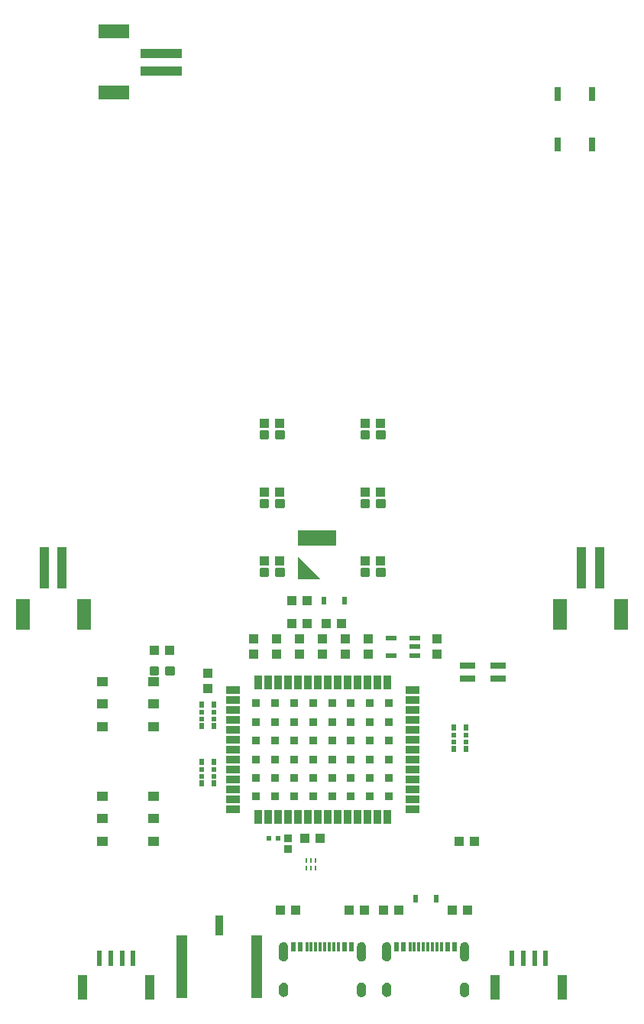
<source format=gtp>
G04 EAGLE Gerber RS-274X export*
G75*
%MOMM*%
%FSLAX34Y34*%
%LPD*%
%INSolderpaste Top*%
%IPPOS*%
%AMOC8*
5,1,8,0,0,1.08239X$1,22.5*%
G01*
%ADD10R,1.100000X1.000000*%
%ADD11R,4.200000X1.700000*%
%ADD12C,0.300000*%
%ADD13R,0.630000X0.830000*%
%ADD14R,1.000000X1.100000*%
%ADD15R,1.200000X0.550000*%
%ADD16R,0.900000X0.850000*%
%ADD17R,0.600000X0.600000*%
%ADD18R,0.850000X1.520000*%
%ADD19R,1.520000X0.850000*%
%ADD20R,0.900000X0.900000*%
%ADD21R,0.300000X1.000000*%
%ADD22R,0.600000X1.000000*%
%ADD23R,0.250000X0.610000*%
%ADD24R,0.250000X0.560000*%
%ADD25R,1.150000X7.000000*%
%ADD26R,0.900000X2.200000*%
%ADD27R,0.550000X0.800000*%
%ADD28R,0.550000X0.500000*%
%ADD29R,1.000000X4.600000*%
%ADD30R,1.600000X3.400000*%
%ADD31R,4.600000X1.000000*%
%ADD32R,3.400000X1.600000*%
%ADD33R,1.150000X1.000000*%
%ADD34R,0.762000X1.524000*%
%ADD35R,0.600000X1.700000*%
%ADD36R,1.000000X2.700000*%
%ADD37R,1.800000X0.750000*%

G36*
X251242Y455563D02*
X251242Y455563D01*
X251286Y455566D01*
X251308Y455582D01*
X251334Y455590D01*
X251363Y455623D01*
X251398Y455649D01*
X251408Y455675D01*
X251426Y455695D01*
X251433Y455739D01*
X251448Y455779D01*
X251443Y455806D01*
X251447Y455833D01*
X251429Y455874D01*
X251420Y455916D01*
X251394Y455952D01*
X251390Y455961D01*
X251385Y455965D01*
X251376Y455976D01*
X227376Y479976D01*
X227338Y479997D01*
X227305Y480026D01*
X227278Y480030D01*
X227254Y480043D01*
X227210Y480040D01*
X227167Y480047D01*
X227142Y480036D01*
X227114Y480034D01*
X227079Y480008D01*
X227039Y479990D01*
X227024Y479967D01*
X227002Y479951D01*
X226986Y479910D01*
X226962Y479874D01*
X226955Y479830D01*
X226952Y479821D01*
X226953Y479814D01*
X226951Y479800D01*
X226951Y455800D01*
X226956Y455784D01*
X226953Y455767D01*
X226975Y455717D01*
X226990Y455666D01*
X227003Y455655D01*
X227010Y455639D01*
X227055Y455609D01*
X227095Y455574D01*
X227112Y455571D01*
X227127Y455562D01*
X227200Y455551D01*
X251200Y455551D01*
X251242Y455563D01*
G37*
G36*
X411300Y32521D02*
X411300Y32521D01*
X411301Y32521D01*
X412369Y32540D01*
X412376Y32545D01*
X412380Y32541D01*
X413417Y32797D01*
X413422Y32804D01*
X413428Y32801D01*
X414382Y33282D01*
X414386Y33289D01*
X414391Y33288D01*
X415215Y33969D01*
X415216Y33977D01*
X415222Y33977D01*
X415873Y34824D01*
X415873Y34832D01*
X415879Y34833D01*
X416326Y35804D01*
X416324Y35812D01*
X416329Y35814D01*
X416548Y36860D01*
X416545Y36867D01*
X416549Y36870D01*
X416549Y48870D01*
X416546Y48875D01*
X416549Y48878D01*
X416369Y49973D01*
X416363Y49979D01*
X416366Y49984D01*
X415947Y51012D01*
X415940Y51016D01*
X415942Y51021D01*
X415305Y51930D01*
X415297Y51933D01*
X415297Y51938D01*
X414474Y52682D01*
X414466Y52683D01*
X414465Y52689D01*
X413497Y53231D01*
X413488Y53230D01*
X413486Y53236D01*
X412422Y53549D01*
X412417Y53547D01*
X412413Y53547D01*
X412411Y53551D01*
X411303Y53619D01*
X411297Y53615D01*
X411293Y53619D01*
X410185Y53449D01*
X410179Y53443D01*
X410174Y53446D01*
X409132Y53034D01*
X409128Y53027D01*
X409123Y53029D01*
X408198Y52395D01*
X408196Y52387D01*
X408190Y52388D01*
X407430Y51565D01*
X407429Y51556D01*
X407423Y51556D01*
X406866Y50584D01*
X406867Y50576D01*
X406861Y50574D01*
X406534Y49502D01*
X406537Y49494D01*
X406532Y49491D01*
X406451Y48374D01*
X406452Y48371D01*
X406451Y48370D01*
X406451Y36370D01*
X406456Y36363D01*
X406452Y36359D01*
X406671Y35415D01*
X406677Y35409D01*
X406675Y35404D01*
X407099Y34532D01*
X407106Y34529D01*
X407104Y34523D01*
X407711Y33767D01*
X407719Y33765D01*
X407719Y33759D01*
X408479Y33158D01*
X408488Y33158D01*
X408489Y33152D01*
X409364Y32734D01*
X409372Y32736D01*
X409374Y32731D01*
X410320Y32519D01*
X410327Y32522D01*
X410331Y32517D01*
X411300Y32521D01*
G37*
G36*
X297000Y32521D02*
X297000Y32521D01*
X297001Y32521D01*
X298069Y32540D01*
X298076Y32545D01*
X298080Y32541D01*
X299117Y32797D01*
X299122Y32804D01*
X299128Y32801D01*
X300082Y33282D01*
X300086Y33289D01*
X300091Y33288D01*
X300915Y33969D01*
X300916Y33977D01*
X300922Y33977D01*
X301573Y34824D01*
X301573Y34832D01*
X301579Y34833D01*
X302026Y35804D01*
X302024Y35812D01*
X302029Y35814D01*
X302248Y36860D01*
X302245Y36867D01*
X302249Y36870D01*
X302249Y48870D01*
X302246Y48875D01*
X302249Y48878D01*
X302069Y49973D01*
X302063Y49979D01*
X302066Y49984D01*
X301647Y51012D01*
X301640Y51016D01*
X301642Y51021D01*
X301005Y51930D01*
X300997Y51933D01*
X300997Y51938D01*
X300174Y52682D01*
X300166Y52683D01*
X300165Y52689D01*
X299197Y53231D01*
X299188Y53230D01*
X299186Y53236D01*
X298122Y53549D01*
X298117Y53547D01*
X298113Y53547D01*
X298111Y53551D01*
X297003Y53619D01*
X296997Y53615D01*
X296993Y53619D01*
X295885Y53449D01*
X295879Y53443D01*
X295874Y53446D01*
X294832Y53034D01*
X294828Y53027D01*
X294823Y53029D01*
X293898Y52395D01*
X293896Y52387D01*
X293890Y52388D01*
X293130Y51565D01*
X293129Y51556D01*
X293123Y51556D01*
X292566Y50584D01*
X292567Y50576D01*
X292561Y50574D01*
X292234Y49502D01*
X292237Y49494D01*
X292232Y49491D01*
X292151Y48374D01*
X292152Y48371D01*
X292151Y48370D01*
X292151Y36370D01*
X292156Y36363D01*
X292152Y36359D01*
X292371Y35415D01*
X292377Y35409D01*
X292375Y35404D01*
X292799Y34532D01*
X292806Y34529D01*
X292804Y34523D01*
X293411Y33767D01*
X293419Y33765D01*
X293419Y33759D01*
X294179Y33158D01*
X294188Y33158D01*
X294189Y33152D01*
X295064Y32734D01*
X295072Y32736D01*
X295074Y32731D01*
X296020Y32519D01*
X296027Y32522D01*
X296031Y32517D01*
X297000Y32521D01*
G37*
G36*
X325881Y32530D02*
X325881Y32530D01*
X325888Y32535D01*
X325892Y32531D01*
X326944Y32781D01*
X326949Y32787D01*
X326954Y32784D01*
X327924Y33261D01*
X327927Y33269D01*
X327933Y33267D01*
X328772Y33948D01*
X328774Y33956D01*
X328780Y33956D01*
X329446Y34807D01*
X329447Y34815D01*
X329452Y34816D01*
X329913Y35793D01*
X329911Y35801D01*
X329917Y35804D01*
X330148Y36859D01*
X330145Y36867D01*
X330149Y36870D01*
X330149Y48870D01*
X330145Y48875D01*
X330149Y48878D01*
X329956Y49984D01*
X329950Y49989D01*
X329953Y49994D01*
X329520Y51029D01*
X329513Y51033D01*
X329515Y51038D01*
X328862Y51951D01*
X328854Y51953D01*
X328855Y51959D01*
X328016Y52703D01*
X328007Y52704D01*
X328007Y52709D01*
X327023Y53248D01*
X327015Y53247D01*
X327013Y53252D01*
X325934Y53559D01*
X325926Y53556D01*
X325923Y53561D01*
X324803Y53619D01*
X324798Y53616D01*
X324795Y53619D01*
X323749Y53501D01*
X323743Y53495D01*
X323738Y53499D01*
X322744Y53151D01*
X322740Y53144D01*
X322735Y53146D01*
X321843Y52586D01*
X321841Y52579D01*
X321835Y52579D01*
X321091Y51835D01*
X321089Y51827D01*
X321084Y51827D01*
X320524Y50935D01*
X320524Y50927D01*
X320519Y50926D01*
X320171Y49932D01*
X320174Y49924D01*
X320169Y49921D01*
X320051Y48876D01*
X320053Y48872D01*
X320051Y48870D01*
X320051Y36870D01*
X320054Y36865D01*
X320051Y36862D01*
X320209Y35866D01*
X320215Y35860D01*
X320212Y35855D01*
X320587Y34919D01*
X320594Y34915D01*
X320592Y34909D01*
X321166Y34080D01*
X321174Y34077D01*
X321173Y34072D01*
X321917Y33391D01*
X321926Y33390D01*
X321926Y33384D01*
X322803Y32886D01*
X322812Y32887D01*
X322814Y32882D01*
X323779Y32591D01*
X323787Y32594D01*
X323790Y32589D01*
X324797Y32521D01*
X324799Y32522D01*
X324800Y32521D01*
X325881Y32530D01*
G37*
G36*
X211581Y32530D02*
X211581Y32530D01*
X211588Y32535D01*
X211592Y32531D01*
X212644Y32781D01*
X212649Y32787D01*
X212654Y32784D01*
X213624Y33261D01*
X213627Y33269D01*
X213633Y33267D01*
X214472Y33948D01*
X214474Y33956D01*
X214480Y33956D01*
X215146Y34807D01*
X215147Y34815D01*
X215152Y34816D01*
X215613Y35793D01*
X215611Y35801D01*
X215617Y35804D01*
X215848Y36859D01*
X215845Y36867D01*
X215849Y36870D01*
X215849Y48870D01*
X215845Y48875D01*
X215849Y48878D01*
X215656Y49984D01*
X215650Y49989D01*
X215653Y49994D01*
X215220Y51029D01*
X215213Y51033D01*
X215215Y51038D01*
X214562Y51951D01*
X214554Y51953D01*
X214555Y51959D01*
X213716Y52703D01*
X213707Y52704D01*
X213707Y52709D01*
X212723Y53248D01*
X212715Y53247D01*
X212713Y53252D01*
X211634Y53559D01*
X211626Y53556D01*
X211623Y53561D01*
X210503Y53619D01*
X210498Y53616D01*
X210495Y53619D01*
X209449Y53501D01*
X209443Y53495D01*
X209438Y53499D01*
X208444Y53151D01*
X208440Y53144D01*
X208435Y53146D01*
X207543Y52586D01*
X207541Y52579D01*
X207535Y52579D01*
X206791Y51835D01*
X206789Y51827D01*
X206784Y51827D01*
X206224Y50935D01*
X206224Y50927D01*
X206219Y50926D01*
X205871Y49932D01*
X205874Y49924D01*
X205869Y49921D01*
X205751Y48876D01*
X205753Y48872D01*
X205751Y48870D01*
X205751Y36870D01*
X205754Y36865D01*
X205751Y36862D01*
X205909Y35866D01*
X205915Y35860D01*
X205912Y35855D01*
X206287Y34919D01*
X206294Y34915D01*
X206292Y34909D01*
X206866Y34080D01*
X206874Y34077D01*
X206873Y34072D01*
X207617Y33391D01*
X207626Y33390D01*
X207626Y33384D01*
X208503Y32886D01*
X208512Y32887D01*
X208514Y32882D01*
X209479Y32591D01*
X209487Y32594D01*
X209490Y32589D01*
X210497Y32521D01*
X210499Y32522D01*
X210500Y32521D01*
X211581Y32530D01*
G37*
G36*
X411804Y-6976D02*
X411804Y-6976D01*
X411807Y-6979D01*
X412883Y-6824D01*
X412888Y-6818D01*
X412893Y-6821D01*
X413907Y-6431D01*
X413911Y-6424D01*
X413917Y-6426D01*
X414819Y-5819D01*
X414821Y-5811D01*
X414827Y-5812D01*
X415571Y-5020D01*
X415572Y-5012D01*
X415578Y-5012D01*
X416127Y-4074D01*
X416126Y-4066D01*
X416132Y-4064D01*
X416459Y-3028D01*
X416456Y-3020D01*
X416461Y-3017D01*
X416549Y-1934D01*
X416547Y-1931D01*
X416549Y-1930D01*
X416549Y4070D01*
X416546Y4074D01*
X416549Y4076D01*
X416399Y5209D01*
X416393Y5215D01*
X416396Y5220D01*
X415998Y6290D01*
X415991Y6294D01*
X415993Y6300D01*
X415366Y7255D01*
X415358Y7258D01*
X415359Y7263D01*
X414536Y8055D01*
X414528Y8056D01*
X414527Y8062D01*
X413548Y8651D01*
X413540Y8650D01*
X413538Y8655D01*
X412453Y9011D01*
X412445Y9009D01*
X412442Y9013D01*
X411305Y9119D01*
X411296Y9114D01*
X411291Y9118D01*
X410154Y8911D01*
X410148Y8905D01*
X410143Y8908D01*
X409081Y8453D01*
X409077Y8446D01*
X409071Y8448D01*
X408136Y7768D01*
X408134Y7760D01*
X408128Y7761D01*
X407368Y6890D01*
X407368Y6882D01*
X407362Y6881D01*
X406815Y5862D01*
X406816Y5854D01*
X406811Y5852D01*
X406807Y5839D01*
X406794Y5790D01*
X406793Y5790D01*
X406794Y5790D01*
X406780Y5741D01*
X406766Y5691D01*
X406753Y5642D01*
X406739Y5593D01*
X406726Y5544D01*
X406712Y5494D01*
X406699Y5445D01*
X406685Y5396D01*
X406671Y5347D01*
X406658Y5297D01*
X406644Y5248D01*
X406631Y5199D01*
X406617Y5150D01*
X406604Y5100D01*
X406590Y5051D01*
X406577Y5002D01*
X406576Y5002D01*
X406563Y4953D01*
X406549Y4903D01*
X406504Y4738D01*
X406507Y4730D01*
X406502Y4727D01*
X406451Y3572D01*
X406452Y3571D01*
X406451Y3570D01*
X406451Y-2430D01*
X406455Y-2436D01*
X406452Y-2439D01*
X406664Y-3520D01*
X406670Y-3525D01*
X406667Y-3530D01*
X407114Y-4536D01*
X407121Y-4540D01*
X407119Y-4546D01*
X407779Y-5427D01*
X407787Y-5430D01*
X407787Y-5435D01*
X408626Y-6148D01*
X408634Y-6148D01*
X408635Y-6154D01*
X409612Y-6662D01*
X409620Y-6661D01*
X409622Y-6666D01*
X410687Y-6944D01*
X410695Y-6941D01*
X410698Y-6945D01*
X411799Y-6979D01*
X411804Y-6976D01*
G37*
G36*
X297504Y-6976D02*
X297504Y-6976D01*
X297507Y-6979D01*
X298583Y-6824D01*
X298588Y-6818D01*
X298593Y-6821D01*
X299607Y-6431D01*
X299611Y-6424D01*
X299617Y-6426D01*
X300519Y-5819D01*
X300521Y-5811D01*
X300527Y-5812D01*
X301271Y-5020D01*
X301272Y-5012D01*
X301278Y-5012D01*
X301827Y-4074D01*
X301826Y-4066D01*
X301832Y-4064D01*
X302159Y-3028D01*
X302156Y-3020D01*
X302161Y-3017D01*
X302249Y-1934D01*
X302247Y-1931D01*
X302249Y-1930D01*
X302249Y4070D01*
X302246Y4074D01*
X302249Y4076D01*
X302099Y5209D01*
X302093Y5215D01*
X302096Y5220D01*
X301698Y6290D01*
X301691Y6294D01*
X301693Y6300D01*
X301066Y7255D01*
X301058Y7258D01*
X301059Y7263D01*
X300236Y8055D01*
X300228Y8056D01*
X300227Y8062D01*
X299248Y8651D01*
X299240Y8650D01*
X299238Y8655D01*
X298153Y9011D01*
X298145Y9009D01*
X298142Y9013D01*
X297005Y9119D01*
X296996Y9114D01*
X296991Y9118D01*
X295854Y8911D01*
X295848Y8905D01*
X295843Y8908D01*
X294781Y8453D01*
X294777Y8446D01*
X294771Y8448D01*
X293836Y7768D01*
X293834Y7760D01*
X293828Y7761D01*
X293068Y6890D01*
X293068Y6882D01*
X293062Y6881D01*
X292515Y5862D01*
X292516Y5854D01*
X292511Y5852D01*
X292507Y5839D01*
X292494Y5790D01*
X292493Y5790D01*
X292494Y5790D01*
X292480Y5741D01*
X292466Y5691D01*
X292453Y5642D01*
X292439Y5593D01*
X292426Y5544D01*
X292412Y5494D01*
X292399Y5445D01*
X292385Y5396D01*
X292371Y5347D01*
X292358Y5297D01*
X292344Y5248D01*
X292331Y5199D01*
X292317Y5150D01*
X292304Y5100D01*
X292290Y5051D01*
X292277Y5002D01*
X292276Y5002D01*
X292263Y4953D01*
X292249Y4903D01*
X292204Y4738D01*
X292207Y4730D01*
X292202Y4727D01*
X292151Y3572D01*
X292152Y3571D01*
X292151Y3570D01*
X292151Y-2430D01*
X292155Y-2436D01*
X292152Y-2439D01*
X292364Y-3520D01*
X292370Y-3525D01*
X292367Y-3530D01*
X292814Y-4536D01*
X292821Y-4540D01*
X292819Y-4546D01*
X293479Y-5427D01*
X293487Y-5430D01*
X293487Y-5435D01*
X294326Y-6148D01*
X294334Y-6148D01*
X294335Y-6154D01*
X295312Y-6662D01*
X295320Y-6661D01*
X295322Y-6666D01*
X296387Y-6944D01*
X296395Y-6941D01*
X296398Y-6945D01*
X297499Y-6979D01*
X297504Y-6976D01*
G37*
G36*
X211002Y-6975D02*
X211002Y-6975D01*
X211007Y-6979D01*
X212094Y-6834D01*
X212100Y-6828D01*
X212105Y-6831D01*
X213133Y-6448D01*
X213138Y-6441D01*
X213143Y-6443D01*
X214060Y-5840D01*
X214063Y-5832D01*
X214069Y-5833D01*
X214829Y-5041D01*
X214830Y-5033D01*
X214836Y-5032D01*
X215400Y-4091D01*
X215400Y-4088D01*
X215401Y-4087D01*
X215400Y-4085D01*
X215399Y-4083D01*
X215405Y-4081D01*
X215746Y-3038D01*
X215744Y-3030D01*
X215748Y-3027D01*
X215849Y-1935D01*
X215847Y-1932D01*
X215849Y-1930D01*
X215849Y4070D01*
X215847Y4073D01*
X215849Y4075D01*
X215748Y5167D01*
X215743Y5173D01*
X215746Y5178D01*
X215405Y6221D01*
X215398Y6226D01*
X215400Y6231D01*
X214836Y7172D01*
X214828Y7175D01*
X214829Y7181D01*
X214069Y7973D01*
X214061Y7974D01*
X214060Y7980D01*
X213143Y8583D01*
X213135Y8582D01*
X213133Y8588D01*
X212105Y8971D01*
X212097Y8969D01*
X212094Y8974D01*
X211007Y9119D01*
X210999Y9115D01*
X210995Y9119D01*
X209858Y9013D01*
X209852Y9008D01*
X209847Y9011D01*
X208762Y8655D01*
X208757Y8648D01*
X208752Y8651D01*
X207773Y8062D01*
X207770Y8054D01*
X207764Y8055D01*
X206941Y7263D01*
X206940Y7255D01*
X206934Y7255D01*
X206307Y6300D01*
X206308Y6292D01*
X206302Y6290D01*
X205904Y5220D01*
X205906Y5212D01*
X205901Y5209D01*
X205751Y4076D01*
X205754Y4072D01*
X205751Y4070D01*
X205751Y-1930D01*
X205754Y-1934D01*
X205751Y-1936D01*
X205901Y-3069D01*
X205907Y-3075D01*
X205904Y-3080D01*
X206302Y-4150D01*
X206309Y-4154D01*
X206307Y-4160D01*
X206934Y-5115D01*
X206942Y-5118D01*
X206941Y-5123D01*
X207764Y-5915D01*
X207772Y-5916D01*
X207773Y-5922D01*
X208752Y-6511D01*
X208760Y-6510D01*
X208762Y-6515D01*
X209847Y-6871D01*
X209855Y-6869D01*
X209858Y-6873D01*
X210995Y-6979D01*
X211002Y-6975D01*
G37*
G36*
X325302Y-6975D02*
X325302Y-6975D01*
X325307Y-6979D01*
X326394Y-6834D01*
X326400Y-6828D01*
X326405Y-6831D01*
X327433Y-6448D01*
X327438Y-6441D01*
X327443Y-6443D01*
X328360Y-5840D01*
X328363Y-5832D01*
X328369Y-5833D01*
X329129Y-5041D01*
X329130Y-5033D01*
X329136Y-5032D01*
X329700Y-4091D01*
X329700Y-4088D01*
X329701Y-4087D01*
X329700Y-4085D01*
X329699Y-4083D01*
X329705Y-4081D01*
X330046Y-3038D01*
X330044Y-3030D01*
X330048Y-3027D01*
X330149Y-1935D01*
X330147Y-1932D01*
X330149Y-1930D01*
X330149Y4070D01*
X330147Y4073D01*
X330149Y4075D01*
X330048Y5167D01*
X330043Y5173D01*
X330046Y5178D01*
X329705Y6221D01*
X329698Y6226D01*
X329700Y6231D01*
X329136Y7172D01*
X329128Y7175D01*
X329129Y7181D01*
X328369Y7973D01*
X328361Y7974D01*
X328360Y7980D01*
X327443Y8583D01*
X327435Y8582D01*
X327433Y8588D01*
X326405Y8971D01*
X326397Y8969D01*
X326394Y8974D01*
X325307Y9119D01*
X325299Y9115D01*
X325295Y9119D01*
X324158Y9013D01*
X324152Y9008D01*
X324147Y9011D01*
X323062Y8655D01*
X323057Y8648D01*
X323052Y8651D01*
X322073Y8062D01*
X322070Y8054D01*
X322064Y8055D01*
X321241Y7263D01*
X321240Y7255D01*
X321234Y7255D01*
X320607Y6300D01*
X320608Y6292D01*
X320602Y6290D01*
X320204Y5220D01*
X320206Y5212D01*
X320201Y5209D01*
X320051Y4076D01*
X320054Y4072D01*
X320051Y4070D01*
X320051Y-1930D01*
X320054Y-1934D01*
X320051Y-1936D01*
X320201Y-3069D01*
X320207Y-3075D01*
X320204Y-3080D01*
X320602Y-4150D01*
X320609Y-4154D01*
X320607Y-4160D01*
X321234Y-5115D01*
X321242Y-5118D01*
X321241Y-5123D01*
X322064Y-5915D01*
X322072Y-5916D01*
X322073Y-5922D01*
X323052Y-6511D01*
X323060Y-6510D01*
X323062Y-6515D01*
X324147Y-6871D01*
X324155Y-6869D01*
X324158Y-6873D01*
X325295Y-6979D01*
X325302Y-6975D01*
G37*
D10*
X220100Y431800D03*
X237100Y431800D03*
D11*
X248000Y501100D03*
D12*
X315150Y536250D02*
X315150Y543250D01*
X322150Y543250D01*
X322150Y536250D01*
X315150Y536250D01*
X315150Y539100D02*
X322150Y539100D01*
X322150Y541950D02*
X315150Y541950D01*
X297610Y543250D02*
X297610Y536250D01*
X297610Y543250D02*
X304610Y543250D01*
X304610Y536250D01*
X297610Y536250D01*
X297610Y539100D02*
X304610Y539100D01*
X304610Y541950D02*
X297610Y541950D01*
D13*
X255200Y431800D03*
X278200Y431800D03*
D10*
X220100Y406400D03*
X237100Y406400D03*
X301380Y552450D03*
X318380Y552450D03*
D14*
X279400Y372500D03*
X279400Y389500D03*
X254000Y389500D03*
X254000Y372500D03*
D15*
X355901Y371500D03*
X355901Y381000D03*
X355901Y390500D03*
X329899Y390500D03*
X329899Y371500D03*
D14*
X381000Y372500D03*
X381000Y389500D03*
X177800Y389500D03*
X177800Y372500D03*
X203200Y389500D03*
X203200Y372500D03*
D12*
X315150Y460050D02*
X315150Y467050D01*
X322150Y467050D01*
X322150Y460050D01*
X315150Y460050D01*
X315150Y462900D02*
X322150Y462900D01*
X322150Y465750D02*
X315150Y465750D01*
X297610Y467050D02*
X297610Y460050D01*
X297610Y467050D02*
X304610Y467050D01*
X304610Y460050D01*
X297610Y460050D01*
X297610Y462900D02*
X304610Y462900D01*
X304610Y465750D02*
X297610Y465750D01*
D10*
X301380Y476250D03*
X318380Y476250D03*
D16*
X215900Y168360D03*
X215900Y156760D03*
D10*
X234070Y168910D03*
X251070Y168910D03*
D14*
X228600Y389500D03*
X228600Y372500D03*
D17*
X194390Y168910D03*
X204390Y168910D03*
D18*
X182500Y192200D03*
X193500Y192200D03*
X204500Y192200D03*
X215500Y192200D03*
X226500Y192200D03*
X237500Y192200D03*
X248500Y192200D03*
X259500Y192200D03*
X270500Y192200D03*
X281500Y192200D03*
X292500Y192200D03*
X303500Y192200D03*
X314500Y192200D03*
X325500Y192200D03*
D19*
X353500Y200700D03*
X353500Y211700D03*
X353500Y222700D03*
X353500Y233700D03*
X353500Y244700D03*
X353500Y255700D03*
X353500Y266700D03*
X353500Y277700D03*
X353500Y288700D03*
X353500Y299700D03*
X353500Y310700D03*
X353500Y321700D03*
X353500Y332700D03*
D18*
X325500Y341200D03*
X314500Y341200D03*
X303500Y341200D03*
X292500Y341200D03*
X281500Y341200D03*
X270500Y341200D03*
X259500Y341200D03*
X248500Y341200D03*
X237500Y341200D03*
X226500Y341200D03*
X215500Y341200D03*
X204500Y341200D03*
X193500Y341200D03*
X182500Y341200D03*
D19*
X154500Y332700D03*
X154500Y321700D03*
X154500Y310700D03*
X154500Y299700D03*
X154500Y288700D03*
X154500Y277700D03*
X154500Y266700D03*
X154500Y255700D03*
X154500Y244700D03*
X154500Y233700D03*
X154500Y222700D03*
X154500Y211700D03*
X154500Y200700D03*
D20*
X243500Y277200D03*
X222500Y277200D03*
X201500Y277200D03*
X180500Y277200D03*
X243500Y297700D03*
X222500Y297700D03*
X201500Y297700D03*
X180500Y297700D03*
X243500Y318200D03*
X222500Y318200D03*
X201500Y318200D03*
X180500Y318200D03*
X243500Y215200D03*
X222500Y215200D03*
X201500Y215200D03*
X180500Y215200D03*
X243500Y235700D03*
X222500Y235700D03*
X201500Y235700D03*
X180500Y235700D03*
X243500Y256200D03*
X222500Y256200D03*
X201500Y256200D03*
X180500Y256200D03*
X327500Y277200D03*
X306500Y277200D03*
X285500Y277200D03*
X264500Y277200D03*
X327500Y297700D03*
X306500Y297700D03*
X285500Y297700D03*
X264500Y297700D03*
X327500Y318200D03*
X306500Y318200D03*
X285500Y318200D03*
X264500Y318200D03*
X327500Y215200D03*
X306500Y215200D03*
X285500Y215200D03*
X264500Y215200D03*
X327500Y235700D03*
X306500Y235700D03*
X285500Y235700D03*
X264500Y235700D03*
X327500Y256200D03*
X306500Y256200D03*
X285500Y256200D03*
X264500Y256200D03*
D10*
X300600Y88900D03*
X283600Y88900D03*
X207400Y88900D03*
X224400Y88900D03*
D21*
X261500Y48670D03*
X256500Y48670D03*
D22*
X286250Y48670D03*
X278500Y48670D03*
D21*
X271500Y48670D03*
X266500Y48670D03*
X246500Y48670D03*
X251500Y48670D03*
D22*
X221750Y48670D03*
X229500Y48670D03*
D21*
X236500Y48670D03*
X241500Y48670D03*
D14*
X304800Y372500D03*
X304800Y389500D03*
D10*
X258200Y406400D03*
X275200Y406400D03*
D23*
X236300Y135650D03*
D24*
X241300Y135400D03*
X246300Y135400D03*
X246300Y144000D03*
X241300Y144000D03*
X236300Y144000D03*
D25*
X181100Y26110D03*
D26*
X139700Y72110D03*
D25*
X98300Y26110D03*
D27*
X133200Y292800D03*
D28*
X133200Y300800D03*
X133200Y308800D03*
D27*
X133200Y316800D03*
X120200Y316800D03*
D28*
X120200Y308800D03*
X120200Y300800D03*
D27*
X120200Y292800D03*
X133200Y229300D03*
D28*
X133200Y237300D03*
X133200Y245300D03*
D27*
X133200Y253300D03*
X120200Y253300D03*
D28*
X120200Y245300D03*
X120200Y237300D03*
D27*
X120200Y229300D03*
D14*
X127000Y334400D03*
X127000Y351400D03*
D10*
X84700Y377190D03*
X67700Y377190D03*
D12*
X81470Y357830D02*
X81470Y350830D01*
X81470Y357830D02*
X88470Y357830D01*
X88470Y350830D01*
X81470Y350830D01*
X81470Y353680D02*
X88470Y353680D01*
X88470Y356530D02*
X81470Y356530D01*
X63930Y357830D02*
X63930Y350830D01*
X63930Y357830D02*
X70930Y357830D01*
X70930Y350830D01*
X63930Y350830D01*
X63930Y353680D02*
X70930Y353680D01*
X70930Y356530D02*
X63930Y356530D01*
D29*
X561180Y468800D03*
X541180Y468800D03*
D30*
X585180Y416800D03*
X517180Y416800D03*
D31*
X75100Y1018700D03*
X75100Y1038700D03*
D32*
X23100Y994700D03*
X23100Y1062700D03*
D10*
X206620Y628650D03*
X189620Y628650D03*
D12*
X203390Y619450D02*
X203390Y612450D01*
X203390Y619450D02*
X210390Y619450D01*
X210390Y612450D01*
X203390Y612450D01*
X203390Y615300D02*
X210390Y615300D01*
X210390Y618150D02*
X203390Y618150D01*
X185850Y619450D02*
X185850Y612450D01*
X185850Y619450D02*
X192850Y619450D01*
X192850Y612450D01*
X185850Y612450D01*
X185850Y615300D02*
X192850Y615300D01*
X192850Y618150D02*
X185850Y618150D01*
D10*
X206620Y552450D03*
X189620Y552450D03*
D12*
X203390Y543250D02*
X203390Y536250D01*
X203390Y543250D02*
X210390Y543250D01*
X210390Y536250D01*
X203390Y536250D01*
X203390Y539100D02*
X210390Y539100D01*
X210390Y541950D02*
X203390Y541950D01*
X185850Y543250D02*
X185850Y536250D01*
X185850Y543250D02*
X192850Y543250D01*
X192850Y536250D01*
X185850Y536250D01*
X185850Y539100D02*
X192850Y539100D01*
X192850Y541950D02*
X185850Y541950D01*
D10*
X206620Y476250D03*
X189620Y476250D03*
D12*
X203390Y467050D02*
X203390Y460050D01*
X203390Y467050D02*
X210390Y467050D01*
X210390Y460050D01*
X203390Y460050D01*
X203390Y462900D02*
X210390Y462900D01*
X210390Y465750D02*
X203390Y465750D01*
X185850Y467050D02*
X185850Y460050D01*
X185850Y467050D02*
X192850Y467050D01*
X192850Y460050D01*
X185850Y460050D01*
X185850Y462900D02*
X192850Y462900D01*
X192850Y465750D02*
X185850Y465750D01*
D29*
X-34450Y468800D03*
X-54450Y468800D03*
D30*
X-10450Y416800D03*
X-78450Y416800D03*
D33*
X66350Y165500D03*
X66350Y190500D03*
X66350Y215500D03*
X9850Y165500D03*
X9850Y190500D03*
X9850Y215500D03*
X66350Y292500D03*
X66350Y317500D03*
X66350Y342500D03*
X9850Y292500D03*
X9850Y317500D03*
X9850Y342500D03*
D34*
X552450Y993140D03*
X552450Y937260D03*
X514350Y993140D03*
X514350Y937260D03*
D21*
X375800Y48670D03*
X370800Y48670D03*
D22*
X400550Y48670D03*
X392800Y48670D03*
D21*
X385800Y48670D03*
X380800Y48670D03*
X360800Y48670D03*
X365800Y48670D03*
D22*
X336050Y48670D03*
X343800Y48670D03*
D21*
X350800Y48670D03*
X355800Y48670D03*
D10*
X414900Y88900D03*
X397900Y88900D03*
X321700Y88900D03*
X338700Y88900D03*
D35*
X6650Y35540D03*
D36*
X62650Y3540D03*
X-11850Y3540D03*
D35*
X19150Y35540D03*
X31650Y35540D03*
X44150Y35540D03*
X463850Y35540D03*
D36*
X519850Y3540D03*
X445350Y3540D03*
D35*
X476350Y35540D03*
X488850Y35540D03*
X501350Y35540D03*
D10*
X318380Y628650D03*
X301380Y628650D03*
D12*
X315150Y619450D02*
X315150Y612450D01*
X315150Y619450D02*
X322150Y619450D01*
X322150Y612450D01*
X315150Y612450D01*
X315150Y615300D02*
X322150Y615300D01*
X322150Y618150D02*
X315150Y618150D01*
X297610Y619450D02*
X297610Y612450D01*
X297610Y619450D02*
X304610Y619450D01*
X304610Y612450D01*
X297610Y612450D01*
X297610Y615300D02*
X304610Y615300D01*
X304610Y618150D02*
X297610Y618150D01*
D27*
X412600Y267400D03*
D28*
X412600Y275400D03*
X412600Y283400D03*
D27*
X412600Y291400D03*
X399600Y291400D03*
D28*
X399600Y283400D03*
X399600Y275400D03*
D27*
X399600Y267400D03*
D10*
X422520Y165100D03*
X405520Y165100D03*
D13*
X379800Y101600D03*
X356800Y101600D03*
D37*
X414800Y345810D03*
X414800Y360310D03*
X448800Y360310D03*
X448800Y345810D03*
M02*

</source>
